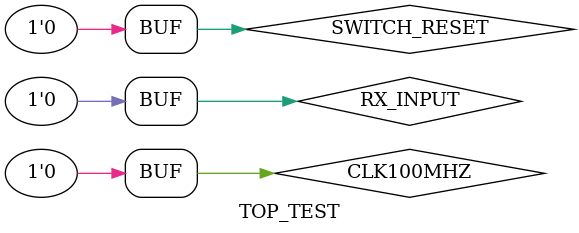
<source format=v>
`timescale 1ns / 1ps


module TOP_TEST;

	// Inputs
	reg CLK100MHZ;
	reg SWITCH_RESET;
	reg RX_INPUT;

	// Outputs
	wire TX_OUTPUT;
	wire [7:0] led_fpga;

	// Instantiate the Unit Under Test (UUT)
	TOP uut (
		.CLK100MHZ(CLK100MHZ), 
		.SWITCH_RESET(SWITCH_RESET), 
		.RX_INPUT(RX_INPUT), 
		.TX_OUTPUT(TX_OUTPUT), 
		.led_fpga(led_fpga)
	);

	initial begin
		// Initialize Inputs
		CLK100MHZ = 0;
		SWITCH_RESET = 0;
		RX_INPUT = 0;

		// Wait 100 ns for global reset to finish
		#100;
        
		// Add stimulus here

	end
      
endmodule


</source>
